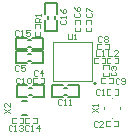
<source format=gto>
G04*
G04 #@! TF.GenerationSoftware,Altium Limited,Altium Designer,19.0.15 (446)*
G04*
G04 Layer_Color=65535*
%FSLAX24Y24*%
%MOIN*%
G70*
G01*
G75*
%ADD10C,0.0079*%
%ADD11C,0.0049*%
%ADD12C,0.0060*%
D10*
X846Y-827D02*
G03*
X846Y-827I-39J0D01*
G01*
X-1388Y-965D02*
X-1309D01*
X-1388Y-1201D02*
X-1309D01*
X-1643Y-1402D02*
X-1454D01*
X-1643Y-1874D02*
X-1454D01*
X-531Y1339D02*
Y1417D01*
X-768Y1339D02*
Y1417D01*
X-1417Y625D02*
X-1339D01*
X-1417Y389D02*
X-1339D01*
X-217Y-1201D02*
X-138D01*
X-217Y-965D02*
X-138D01*
X-1417Y162D02*
X-1339D01*
X-1417Y-74D02*
X-1339D01*
D11*
X1457Y-1199D02*
X1581D01*
X1195D02*
X1319D01*
X1457Y-1026D02*
X1581D01*
X1195D02*
X1319D01*
X1195Y-1199D02*
Y-1026D01*
X1581Y-1199D02*
Y-1026D01*
X1177Y-2079D02*
X1301D01*
X1439D02*
X1563D01*
X1177Y-2252D02*
X1301D01*
X1439D02*
X1563D01*
Y-2079D01*
X1177Y-2252D02*
Y-2079D01*
X1100Y-1683D02*
Y-1604D01*
X1360Y-1990D02*
X1376D01*
X1636Y-1683D02*
Y-1604D01*
X1360Y-1297D02*
X1376D01*
X-1189Y772D02*
X-1016D01*
X-1189Y1157D02*
X-1016D01*
Y1033D02*
Y1157D01*
Y772D02*
Y896D01*
X-1189Y1033D02*
Y1157D01*
Y772D02*
Y896D01*
X-591Y-728D02*
Y571D01*
X709Y-728D02*
Y571D01*
X-591D02*
X709D01*
X-591Y-728D02*
X709D01*
X1394Y-808D02*
Y-635D01*
X1008Y-808D02*
Y-635D01*
X1132D01*
X1270D02*
X1394D01*
X1008Y-808D02*
X1132D01*
X1270D02*
X1394D01*
X1581Y-155D02*
Y18D01*
X1195Y-155D02*
Y18D01*
X1319D01*
X1457D02*
X1581D01*
X1195Y-155D02*
X1319D01*
X1457D02*
X1581D01*
X1151Y-155D02*
Y18D01*
X765Y-155D02*
Y18D01*
X889D01*
X1027D02*
X1151D01*
X765Y-155D02*
X889D01*
X1027D02*
X1151D01*
X-1525Y-1974D02*
X-1401Y-1974D01*
X-1263Y-1974D02*
X-1139D01*
X-1525Y-2148D02*
X-1401D01*
X-1263D02*
X-1139D01*
Y-1974D01*
X-1525Y-2148D02*
Y-1974D01*
X-1706Y-2148D02*
X-1582D01*
X-1967D02*
X-1843D01*
X-1706Y-1974D02*
X-1582Y-1974D01*
X-1967D02*
X-1843D01*
X-1967Y-2148D02*
X-1967Y-1974D01*
X-1582Y-2148D02*
Y-1974D01*
X1141Y332D02*
X1265D01*
X880D02*
X1004D01*
X1141Y505D02*
X1265D01*
X880D02*
X1004D01*
X880Y332D02*
Y505D01*
X1265Y332D02*
Y505D01*
X687Y1171D02*
Y1295D01*
Y909D02*
Y1033D01*
X514Y1171D02*
Y1295D01*
Y909D02*
Y1033D01*
Y909D02*
X687D01*
X514Y1295D02*
X687D01*
X314Y1171D02*
Y1295D01*
Y909D02*
Y1033D01*
X141Y1171D02*
Y1295D01*
Y909D02*
Y1033D01*
Y909D02*
X314D01*
X141Y1295D02*
X314D01*
X-1266Y-652D02*
X-1142D01*
X-1004D02*
X-880D01*
X-1266Y-825D02*
X-1142D01*
X-1004D02*
X-880D01*
Y-652D01*
X-1266Y-825D02*
Y-652D01*
X1259Y-330D02*
Y-206D01*
Y-592D02*
Y-468D01*
X1086Y-330D02*
Y-206D01*
Y-592D02*
Y-468D01*
Y-592D02*
X1259D01*
X1086Y-206D02*
X1259D01*
X973Y-1051D02*
X940Y-1019D01*
X874D01*
X842Y-1051D01*
Y-1183D01*
X874Y-1215D01*
X940D01*
X973Y-1183D01*
X1038Y-1215D02*
X1104D01*
X1071D01*
Y-1019D01*
X1038Y-1051D01*
X889Y-2104D02*
X856Y-2071D01*
X791D01*
X758Y-2104D01*
Y-2235D01*
X791Y-2267D01*
X856D01*
X889Y-2235D01*
X1086Y-2267D02*
X955D01*
X1086Y-2136D01*
Y-2104D01*
X1053Y-2071D01*
X987D01*
X955Y-2104D01*
X707Y-1772D02*
X904Y-1641D01*
X707D02*
X904Y-1772D01*
Y-1575D02*
Y-1509D01*
Y-1542D01*
X707D01*
X740Y-1575D01*
X-1004Y1220D02*
X-1201D01*
Y1319D01*
X-1168Y1352D01*
X-1102D01*
X-1070Y1319D01*
Y1220D01*
Y1286D02*
X-1004Y1352D01*
Y1417D02*
Y1483D01*
Y1450D01*
X-1201D01*
X-1168Y1417D01*
X-1690Y-661D02*
X-1722Y-628D01*
X-1788D01*
X-1821Y-661D01*
Y-792D01*
X-1788Y-825D01*
X-1722D01*
X-1690Y-792D01*
X-1624Y-825D02*
X-1558D01*
X-1591D01*
Y-628D01*
X-1624Y-661D01*
X-1460D02*
X-1427Y-628D01*
X-1362D01*
X-1329Y-661D01*
Y-792D01*
X-1362Y-825D01*
X-1427D01*
X-1460Y-792D01*
Y-661D01*
X-98Y837D02*
Y673D01*
X-66Y640D01*
X-0D01*
X33Y673D01*
Y837D01*
X98Y640D02*
X164D01*
X131D01*
Y837D01*
X98Y804D01*
X1621Y-671D02*
X1588Y-639D01*
X1523D01*
X1490Y-671D01*
Y-803D01*
X1523Y-835D01*
X1588D01*
X1621Y-803D01*
X1687D02*
X1720Y-835D01*
X1785D01*
X1818Y-803D01*
Y-671D01*
X1785Y-639D01*
X1720D01*
X1687Y-671D01*
Y-704D01*
X1720Y-737D01*
X1818D01*
X1047Y735D02*
X1014Y768D01*
X948D01*
X915Y735D01*
Y604D01*
X948Y571D01*
X1014D01*
X1047Y604D01*
X1112Y735D02*
X1145Y768D01*
X1211D01*
X1243Y735D01*
Y702D01*
X1211Y669D01*
X1243Y636D01*
Y604D01*
X1211Y571D01*
X1145D01*
X1112Y604D01*
Y636D01*
X1145Y669D01*
X1112Y702D01*
Y735D01*
X1145Y669D02*
X1211D01*
X1230Y277D02*
Y80D01*
X1361D01*
X1558D02*
X1427D01*
X1558Y211D01*
Y244D01*
X1525Y277D01*
X1460D01*
X1427Y244D01*
X1356Y-429D02*
X1323Y-462D01*
Y-527D01*
X1356Y-560D01*
X1487D01*
X1520Y-527D01*
Y-462D01*
X1487Y-429D01*
X1356Y-363D02*
X1323Y-330D01*
Y-265D01*
X1356Y-232D01*
X1389D01*
X1422Y-265D01*
Y-298D01*
Y-265D01*
X1454Y-232D01*
X1487D01*
X1520Y-265D01*
Y-330D01*
X1487Y-363D01*
X830Y277D02*
Y80D01*
X961D01*
X1027D02*
X1092D01*
X1060D01*
Y277D01*
X1027Y244D01*
X-341Y1302D02*
X-374Y1270D01*
Y1204D01*
X-341Y1171D01*
X-210D01*
X-177Y1204D01*
Y1270D01*
X-210Y1302D01*
X-177Y1368D02*
Y1434D01*
Y1401D01*
X-374D01*
X-341Y1368D01*
X-374Y1663D02*
X-341Y1598D01*
X-276Y1532D01*
X-210D01*
X-177Y1565D01*
Y1630D01*
X-210Y1663D01*
X-243D01*
X-276Y1630D01*
Y1532D01*
X-1719Y937D02*
X-1752Y969D01*
X-1818D01*
X-1850Y937D01*
Y805D01*
X-1818Y773D01*
X-1752D01*
X-1719Y805D01*
X-1654Y773D02*
X-1588D01*
X-1621D01*
Y969D01*
X-1654Y937D01*
X-1358Y969D02*
X-1490D01*
Y871D01*
X-1424Y904D01*
X-1391D01*
X-1358Y871D01*
Y805D01*
X-1391Y773D01*
X-1457D01*
X-1490Y805D01*
X-1385Y-2238D02*
X-1417Y-2205D01*
X-1483D01*
X-1516Y-2238D01*
Y-2369D01*
X-1483Y-2402D01*
X-1417D01*
X-1385Y-2369D01*
X-1319Y-2402D02*
X-1253D01*
X-1286D01*
Y-2205D01*
X-1319Y-2238D01*
X-1057Y-2402D02*
Y-2205D01*
X-1155Y-2303D01*
X-1024D01*
X-1946Y-2247D02*
X-1978Y-2215D01*
X-2044D01*
X-2077Y-2247D01*
Y-2379D01*
X-2044Y-2411D01*
X-1978D01*
X-1946Y-2379D01*
X-1880Y-2411D02*
X-1814D01*
X-1847D01*
Y-2215D01*
X-1880Y-2247D01*
X-1716D02*
X-1683Y-2215D01*
X-1618D01*
X-1585Y-2247D01*
Y-2280D01*
X-1618Y-2313D01*
X-1650D01*
X-1618D01*
X-1585Y-2346D01*
Y-2379D01*
X-1618Y-2411D01*
X-1683D01*
X-1716Y-2379D01*
X-1109Y-407D02*
X-1142Y-374D01*
X-1207D01*
X-1240Y-407D01*
Y-538D01*
X-1207Y-571D01*
X-1142D01*
X-1109Y-538D01*
X-945Y-571D02*
Y-374D01*
X-1043Y-472D01*
X-912D01*
X-1719Y-249D02*
X-1752Y-217D01*
X-1818D01*
X-1850Y-249D01*
Y-381D01*
X-1818Y-413D01*
X-1752D01*
X-1719Y-381D01*
X-1522Y-217D02*
X-1654D01*
Y-315D01*
X-1588Y-282D01*
X-1555D01*
X-1522Y-315D01*
Y-381D01*
X-1555Y-413D01*
X-1621D01*
X-1654Y-381D01*
X525Y1509D02*
X492Y1476D01*
Y1411D01*
X525Y1378D01*
X656D01*
X689Y1411D01*
Y1476D01*
X656Y1509D01*
X492Y1575D02*
Y1706D01*
X525D01*
X656Y1575D01*
X689D01*
X153Y1513D02*
X121Y1481D01*
Y1415D01*
X153Y1382D01*
X285D01*
X317Y1415D01*
Y1481D01*
X285Y1513D01*
X121Y1710D02*
X153Y1645D01*
X219Y1579D01*
X285D01*
X317Y1612D01*
Y1677D01*
X285Y1710D01*
X252D01*
X219Y1677D01*
Y1579D01*
X-2234Y-1801D02*
X-2037Y-1670D01*
X-2234D02*
X-2037Y-1801D01*
Y-1473D02*
Y-1604D01*
X-2169Y-1473D01*
X-2201D01*
X-2234Y-1506D01*
Y-1572D01*
X-2201Y-1604D01*
X-292Y-1391D02*
X-325Y-1358D01*
X-390D01*
X-423Y-1391D01*
Y-1522D01*
X-390Y-1555D01*
X-325D01*
X-292Y-1522D01*
X-226Y-1555D02*
X-161D01*
X-194D01*
Y-1358D01*
X-226Y-1391D01*
X-62Y-1555D02*
X3D01*
X-30D01*
Y-1358D01*
X-62Y-1391D01*
D12*
X-1811Y-886D02*
X-1447D01*
X-1250D02*
X-886D01*
X-1811Y-1280D02*
X-1447D01*
X-1250D02*
X-886D01*
Y-886D01*
X-1811Y-1280D02*
Y-886D01*
X-453Y1476D02*
Y1841D01*
Y915D02*
Y1280D01*
X-846Y1476D02*
Y1841D01*
Y915D02*
Y1280D01*
Y915D02*
X-453D01*
X-846Y1841D02*
X-453D01*
X-1841Y704D02*
X-1476D01*
X-1280D02*
X-915D01*
X-1841Y310D02*
X-1476D01*
X-1280D02*
X-915D01*
Y704D01*
X-1841Y310D02*
Y704D01*
X-79Y-1280D02*
X285D01*
X-640D02*
X-276D01*
X-79Y-886D02*
X285D01*
X-640D02*
X-276D01*
X-640Y-1280D02*
Y-886D01*
X285Y-1280D02*
Y-886D01*
X-1841Y241D02*
X-1476D01*
X-1280D02*
X-915D01*
X-1841Y-153D02*
X-1476D01*
X-1280D02*
X-915D01*
Y241D01*
X-1841Y-153D02*
Y241D01*
M02*

</source>
